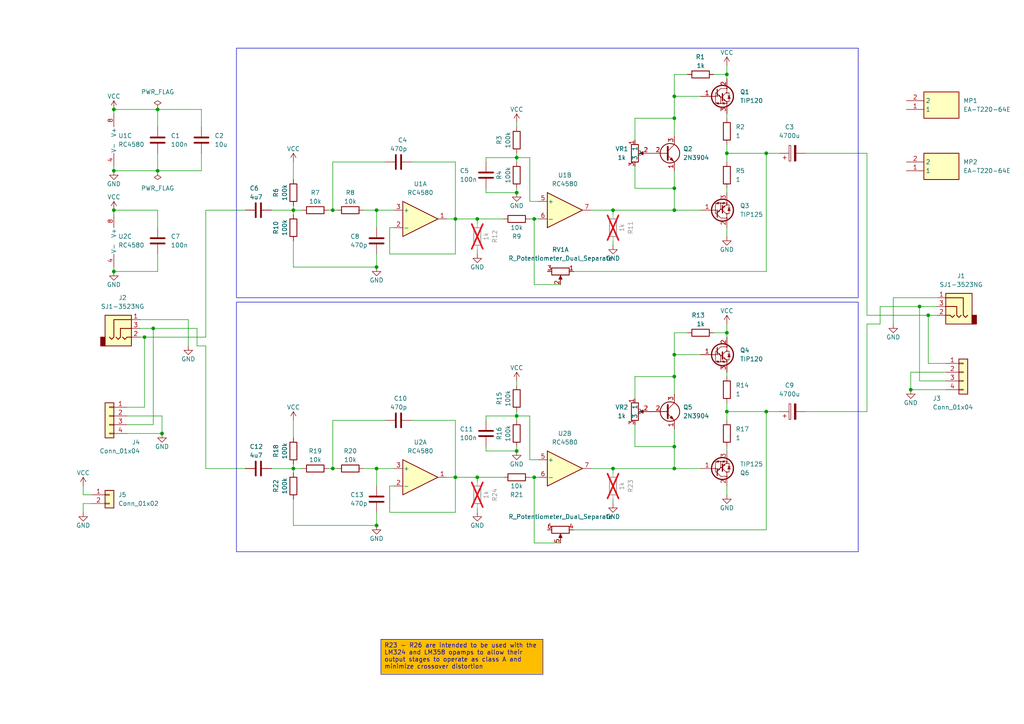
<source format=kicad_sch>
(kicad_sch (version 20231120) (generator "eeschema") (generator_version "8.0")
  (paper "A4")
  (lib_symbols
    (symbol "Amplifier_Operational:NE5532" (pin_names (offset 0.127))
      (property "Reference" "U" (at 0 5.08 0))
      (property "Value" "NE5532" (at 0 -5.08 0))
      (symbol "NE5532_1_1"
        (pin output line (at 7.62 0 180) (length 2.54) (name "~") (number "1"))
        (pin input line (at -7.62 -2.54 0) (length 2.54) (name "-") (number "2"))
        (pin input line (at -7.62 2.54 0) (length 2.54) (name "+") (number "3"))
      )
      (symbol "NE5532_2_1"
        (pin input line (at -7.62 2.54 0) (length 2.54) (name "+") (number "5"))
        (pin input line (at -7.62 -2.54 0) (length 2.54) (name "-") (number "6"))
        (pin output line (at 7.62 0 180) (length 2.54) (name "~") (number "7"))
      )
      (symbol "NE5532_3_1"
        (pin power_in line (at -2.54 -7.62 90) (length 3.81) (name "V-") (number "4"))
        (pin power_in line (at -2.54 7.62 270) (length 3.81) (name "V+") (number "8"))
      )
    )
    (symbol "Connector_Generic:Conn_01x02" (pin_names (offset 1.016) hide)
      (property "Reference" "J" (at 0 2.54 0))
      (property "Value" "Conn_01x02" (at 0 -5.08 0))
      (symbol "Conn_01x02_1_1"
        (pin passive line (at -5.08 0 0) (length 3.81) (name "Pin_1") (number "1"))
        (pin passive line (at -5.08 -2.54 0) (length 3.81) (name "Pin_2") (number "2"))
      )
    )
    (symbol "Connector_Generic:Conn_01x04" (pin_names (offset 1.016) hide)
      (property "Reference" "J" (at 0 5.08 0))
      (property "Value" "Conn_01x04" (at 0 -7.62 0))
      (symbol "Conn_01x04_1_1"
        (pin passive line (at -5.08 2.54 0) (length 3.81) (name "Pin_1") (number "1"))
        (pin passive line (at -5.08 0 0) (length 3.81) (name "Pin_2") (number "2"))
        (pin passive line (at -5.08 -2.54 0) (length 3.81) (name "Pin_3") (number "3"))
        (pin passive line (at -5.08 -5.08 0) (length 3.81) (name "Pin_4") (number "4"))
      )
    )
    (symbol "Device:C" (pin_numbers hide) (pin_names (offset 0.254))
      (property "Reference" "C" (at 0.635 2.54 0))
      (property "Value" "C" (at 0.635 -2.54 0))
      (symbol "C_1_1"
        (pin passive line (at 0 3.81 270) (length 2.794) (name "~") (number "1"))
        (pin passive line (at 0 -3.81 90) (length 2.794) (name "~") (number "2"))
      )
    )
    (symbol "Device:C_Polarized" (pin_numbers hide) (pin_names (offset 0.254))
      (property "Reference" "C" (at 0.635 2.54 0))
      (property "Value" "C_Polarized" (at 0.635 -2.54 0))
      (symbol "C_Polarized_1_1"
        (pin passive line (at 0 3.81 270) (length 2.794) (name "~") (number "1"))
        (pin passive line (at 0 -3.81 90) (length 2.794) (name "~") (number "2"))
      )
    )
    (symbol "Device:R" (pin_numbers hide) (pin_names (offset 0))
      (property "Reference" "R" (at 2.032 0 90))
      (property "Value" "R" (at 0 0 90))
      (symbol "R_1_1"
        (pin passive line (at 0 3.81 270) (length 1.27) (name "~") (number "1"))
        (pin passive line (at 0 -3.81 90) (length 1.27) (name "~") (number "2"))
      )
    )
    (symbol "Device:R_Potentiometer_Dual_Separate" (pin_names (offset 1.016) hide)
      (property "Reference" "RV" (at -4.445 0 90))
      (property "Value" "R_Potentiometer_Dual_Separate" (at -2.54 0 90))
      (symbol "R_Potentiometer_Dual_Separate_1_1"
        (pin passive line (at 0 3.81 270) (length 1.27) (name "1") (number "1"))
        (pin passive line (at 3.81 0 180) (length 1.27) (name "2") (number "2"))
        (pin passive line (at 0 -3.81 90) (length 1.27) (name "3") (number "3"))
      )
      (symbol "R_Potentiometer_Dual_Separate_2_1"
        (pin passive line (at 0 3.81 270) (length 1.27) (name "4") (number "4"))
        (pin passive line (at 3.81 0 180) (length 1.27) (name "5") (number "5"))
        (pin passive line (at 0 -3.81 90) (length 1.27) (name "6") (number "6"))
      )
    )
    (symbol "SamacSys_Parts:3362P-1-102LF"
      (property "Reference" "VR1" (at 13.97 7.62 0))
      (property "Value" "3362P-1-102LF" (at 13.97 5.08 0))
      (symbol "3362P-1-102LF_1_1"
        (pin passive line (at 13.97 -2.54 270) (length 1.27) (name "1") (number "1"))
        (pin passive line (at 17.78 -6.35 180) (length 1.27) (name "2") (number "2"))
        (pin passive line (at 13.97 -10.16 90) (length 1.27) (name "3") (number "3"))
      )
    )
    (symbol "SamacSys_Parts:EA-T220-64E"
      (property "Reference" "MP" (at 16.51 7.62 0))
      (property "Value" "EA-T220-64E" (at 16.51 5.08 0))
      (symbol "EA-T220-64E_1_1"
        (pin passive line (at 0 -2.54 0) (length 5.08) (name "1") (number "1"))
        (pin passive line (at 0 0 0) (length 5.08) (name "2") (number "2"))
      )
    )
    (symbol "SamacSys_Parts:SJ1-3523NG"
      (property "Reference" "J6" (at 15.24 7.62 0))
      (property "Value" "SJ1-3523NG" (at 15.24 5.08 0))
      (symbol "SJ1-3523NG_1_1"
        (pin passive line (at 20.32 1.27 180) (length 2.54) (name "") (number "1"))
        (pin passive line (at 20.32 -3.81 180) (length 2.54) (name "~") (number "2"))
        (pin passive line (at 20.32 -1.27 180) (length 2.54) (name "~") (number "3"))
      )
    )
    (symbol "Transistor_BJT:2N3904" (pin_names (offset 0) hide)
      (property "Reference" "Q" (at 5.08 1.905 0))
      (property "Value" "2N3904" (at 5.08 0 0))
      (symbol "2N3904_1_1"
        (pin passive line (at 2.54 -5.08 90) (length 2.54) (name "E") (number "1"))
        (pin passive line (at -5.08 0 0) (length 5.715) (name "B") (number "2"))
        (pin passive line (at 2.54 5.08 270) (length 2.54) (name "C") (number "3"))
      )
    )
    (symbol "Transistor_BJT:TIP120" (pin_names (offset 0) hide)
      (property "Reference" "Q" (at 5.08 1.905 0))
      (property "Value" "TIP120" (at 5.08 0 0))
      (symbol "TIP120_1_1"
        (pin input line (at -5.08 0 0) (length 3.81) (name "B") (number "1"))
        (pin passive line (at 2.54 5.08 270) (length 2.667) (name "C") (number "2"))
        (pin passive line (at 2.54 -5.08 90) (length 2.54) (name "E") (number "3"))
      )
    )
    (symbol "Transistor_BJT:TIP125" (pin_names (offset 0) hide)
      (property "Reference" "Q" (at 5.08 1.905 0))
      (property "Value" "TIP125" (at 5.08 0 0))
      (symbol "TIP125_1_1"
        (pin input line (at -5.08 0 0) (length 3.81) (name "B") (number "1"))
        (pin passive line (at 2.54 5.08 270) (length 2.667) (name "C") (number "2"))
        (pin passive line (at 2.54 -5.08 90) (length 2.54) (name "E") (number "3"))
      )
    )
    (symbol "power:GND" (power) (pin_names (offset 0))
      (property "Value" "GND" (at 0 -3.81 0))
      (symbol "GND_1_1"
        (pin power_in line (at 0 0 270) (length 0) hide (name "GND") (number "1"))
      )
    )
    (symbol "power:PWR_FLAG" (power) (pin_numbers hide) (pin_names (offset 0) hide)
      (property "Value" "PWR_FLAG" (at 0 3.81 0))
      (symbol "PWR_FLAG_0_0"
        (pin power_out line (at 0 0 90) (length 0) (name "pwr") (number "1"))
      )
    )
    (symbol "power:VCC" (power) (pin_names (offset 0))
      (property "Value" "VCC" (at 0 3.81 0))
      (symbol "VCC_1_1"
        (pin power_in line (at 0 0 90) (length 0) hide (name "VCC") (number "1"))
      )
    )
  )
  (junction (at 96.52 135.89))
  (junction (at 149.86 45.72))
  (junction (at 210.82 21.59))
  (junction (at 210.82 96.52))
  (junction (at 138.43 138.43))
  (junction (at 195.58 54.61))
  (junction (at 149.86 130.81))
  (junction (at 222.25 44.45))
  (junction (at 109.22 60.96))
  (junction (at 109.22 152.4))
  (junction (at 266.7 88.9))
  (junction (at 264.16 113.03))
  (junction (at 33.02 31.75))
  (junction (at 149.86 55.88))
  (junction (at 222.25 119.38))
  (junction (at 177.8 135.89))
  (junction (at 149.86 120.65))
  (junction (at 96.52 60.96))
  (junction (at 195.58 129.54))
  (junction (at 109.22 135.89))
  (junction (at 269.24 91.44))
  (junction (at 195.58 34.29))
  (junction (at 154.94 138.43))
  (junction (at 138.43 63.5))
  (junction (at 33.02 49.53))
  (junction (at 195.58 135.89))
  (junction (at 41.91 97.79))
  (junction (at 33.02 60.96))
  (junction (at 45.72 49.53))
  (junction (at 195.58 27.94))
  (junction (at 109.22 77.47))
  (junction (at 33.02 78.74))
  (junction (at 154.94 63.5))
  (junction (at 132.08 138.43))
  (junction (at 132.08 63.5))
  (junction (at 85.09 60.96))
  (junction (at 195.58 60.96))
  (junction (at 44.45 95.25))
  (junction (at 46.99 125.73))
  (junction (at 210.82 119.38))
  (junction (at 85.09 135.89))
  (junction (at 195.58 109.22))
  (junction (at 177.8 60.96))
  (junction (at 195.58 102.87))
  (junction (at 45.72 31.75))
  (junction (at 210.82 44.45))
  (wire (pts (xy 222.25 119.38) (xy 222.25 153.67)))
  (wire (pts (xy 58.42 44.45) (xy 58.42 49.53)))
  (wire (pts (xy 85.09 135.89) (xy 85.09 137.16)))
  (wire (pts (xy 140.97 54.61) (xy 140.97 55.88)))
  (wire (pts (xy 129.54 63.5) (xy 132.08 63.5)))
  (wire (pts (xy 57.15 95.25) (xy 44.45 95.25)))
  (wire (pts (xy 59.69 100.33) (xy 57.15 100.33)))
  (wire (pts (xy 264.16 107.95) (xy 264.16 113.03)))
  (wire (pts (xy 45.72 31.75) (xy 58.42 31.75)))
  (wire (pts (xy 184.15 115.57) (xy 184.15 109.22)))
  (wire (pts (xy 195.58 129.54) (xy 195.58 135.89)))
  (wire (pts (xy 96.52 135.89) (xy 97.79 135.89)))
  (wire (pts (xy 85.09 60.96) (xy 85.09 62.23)))
  (wire (pts (xy 210.82 19.05) (xy 210.82 21.59)))
  (wire (pts (xy 113.03 148.59) (xy 132.08 148.59)))
  (wire (pts (xy 119.38 46.99) (xy 132.08 46.99)))
  (wire (pts (xy 255.27 88.9) (xy 266.7 88.9)))
  (wire (pts (xy 85.09 135.89) (xy 87.63 135.89)))
  (wire (pts (xy 195.58 109.22) (xy 195.58 114.3)))
  (wire (pts (xy 59.69 135.89) (xy 59.69 100.33)))
  (wire (pts (xy 96.52 60.96) (xy 96.52 46.99)))
  (wire (pts (xy 109.22 148.59) (xy 109.22 152.4)))
  (wire (pts (xy 138.43 63.5) (xy 138.43 64.77)))
  (wire (pts (xy 45.72 49.53) (xy 58.42 49.53)))
  (wire (pts (xy 129.54 138.43) (xy 132.08 138.43)))
  (wire (pts (xy 153.67 58.42) (xy 156.21 58.42)))
  (wire (pts (xy 184.15 54.61) (xy 195.58 54.61)))
  (wire (pts (xy 210.82 119.38) (xy 222.25 119.38)))
  (wire (pts (xy 85.09 134.62) (xy 85.09 135.89)))
  (wire (pts (xy 210.82 129.54) (xy 210.82 130.81)))
  (wire (pts (xy 207.01 96.52) (xy 210.82 96.52)))
  (wire (pts (xy 85.09 46.99) (xy 85.09 52.07)))
  (wire (pts (xy 24.13 143.51) (xy 24.13 140.97)))
  (wire (pts (xy 40.64 92.71) (xy 54.61 92.71)))
  (wire (pts (xy 41.91 118.11) (xy 36.83 118.11)))
  (wire (pts (xy 85.09 69.85) (xy 85.09 77.47)))
  (wire (pts (xy 132.08 46.99) (xy 132.08 63.5)))
  (wire (pts (xy 195.58 21.59) (xy 195.58 27.94)))
  (wire (pts (xy 85.09 60.96) (xy 78.74 60.96)))
  (wire (pts (xy 210.82 33.02) (xy 210.82 34.29)))
  (wire (pts (xy 195.58 49.53) (xy 195.58 54.61)))
  (wire (pts (xy 132.08 63.5) (xy 132.08 73.66)))
  (wire (pts (xy 177.8 135.89) (xy 177.8 137.16)))
  (wire (pts (xy 85.09 152.4) (xy 109.22 152.4)))
  (wire (pts (xy 162.56 82.55) (xy 154.94 82.55)))
  (wire (pts (xy 132.08 138.43) (xy 132.08 148.59)))
  (wire (pts (xy 149.86 120.65) (xy 149.86 121.92)))
  (wire (pts (xy 149.86 45.72) (xy 140.97 45.72)))
  (wire (pts (xy 105.41 135.89) (xy 109.22 135.89)))
  (wire (pts (xy 153.67 133.35) (xy 156.21 133.35)))
  (wire (pts (xy 45.72 44.45) (xy 45.72 49.53)))
  (wire (pts (xy 138.43 72.39) (xy 138.43 73.66)))
  (wire (pts (xy 96.52 135.89) (xy 96.52 121.92)))
  (wire (pts (xy 207.01 21.59) (xy 210.82 21.59)))
  (wire (pts (xy 266.7 88.9) (xy 266.7 110.49)))
  (wire (pts (xy 113.03 73.66) (xy 113.03 66.04)))
  (wire (pts (xy 166.37 78.74) (xy 222.25 78.74)))
  (wire (pts (xy 33.02 49.53) (xy 33.02 48.26)))
  (wire (pts (xy 85.09 121.92) (xy 85.09 127)))
  (wire (pts (xy 166.37 153.67) (xy 222.25 153.67)))
  (wire (pts (xy 210.82 96.52) (xy 210.82 97.79)))
  (wire (pts (xy 33.02 49.53) (xy 45.72 49.53)))
  (wire (pts (xy 222.25 119.38) (xy 226.06 119.38)))
  (wire (pts (xy 210.82 66.04) (xy 210.82 68.58)))
  (wire (pts (xy 138.43 138.43) (xy 138.43 139.7)))
  (wire (pts (xy 33.02 78.74) (xy 33.02 77.47)))
  (wire (pts (xy 195.58 27.94) (xy 195.58 34.29)))
  (wire (pts (xy 96.52 121.92) (xy 111.76 121.92)))
  (wire (pts (xy 195.58 34.29) (xy 195.58 39.37)))
  (wire (pts (xy 184.15 109.22) (xy 195.58 109.22)))
  (wire (pts (xy 195.58 96.52) (xy 195.58 102.87)))
  (wire (pts (xy 109.22 135.89) (xy 114.3 135.89)))
  (wire (pts (xy 109.22 73.66) (xy 109.22 77.47)))
  (wire (pts (xy 54.61 92.71) (xy 54.61 100.33)))
  (wire (pts (xy 195.58 102.87) (xy 203.2 102.87)))
  (wire (pts (xy 149.86 129.54) (xy 149.86 130.81)))
  (wire (pts (xy 255.27 93.98) (xy 255.27 88.9)))
  (wire (pts (xy 177.8 135.89) (xy 195.58 135.89)))
  (wire (pts (xy 113.03 66.04) (xy 114.3 66.04)))
  (wire (pts (xy 71.12 60.96) (xy 59.69 60.96)))
  (wire (pts (xy 26.67 143.51) (xy 24.13 143.51)))
  (wire (pts (xy 259.08 86.36) (xy 259.08 93.98)))
  (wire (pts (xy 251.46 44.45) (xy 251.46 91.44)))
  (wire (pts (xy 210.82 140.97) (xy 210.82 143.51)))
  (wire (pts (xy 113.03 73.66) (xy 132.08 73.66)))
  (wire (pts (xy 132.08 138.43) (xy 138.43 138.43)))
  (wire (pts (xy 195.58 21.59) (xy 199.39 21.59)))
  (wire (pts (xy 266.7 110.49) (xy 274.32 110.49)))
  (wire (pts (xy 210.82 116.84) (xy 210.82 119.38)))
  (wire (pts (xy 46.99 120.65) (xy 46.99 125.73)))
  (wire (pts (xy 266.7 88.9) (xy 271.78 88.9)))
  (wire (pts (xy 33.02 31.75) (xy 45.72 31.75)))
  (wire (pts (xy 195.58 102.87) (xy 195.58 109.22)))
  (wire (pts (xy 184.15 54.61) (xy 184.15 48.26)))
  (wire (pts (xy 154.94 138.43) (xy 154.94 157.48)))
  (wire (pts (xy 210.82 41.91) (xy 210.82 44.45)))
  (wire (pts (xy 33.02 31.75) (xy 33.02 33.02)))
  (wire (pts (xy 149.86 54.61) (xy 149.86 55.88)))
  (wire (pts (xy 95.25 135.89) (xy 96.52 135.89)))
  (wire (pts (xy 95.25 60.96) (xy 96.52 60.96)))
  (wire (pts (xy 184.15 129.54) (xy 184.15 123.19)))
  (wire (pts (xy 177.8 60.96) (xy 195.58 60.96)))
  (wire (pts (xy 149.86 119.38) (xy 149.86 120.65)))
  (wire (pts (xy 96.52 60.96) (xy 97.79 60.96)))
  (wire (pts (xy 36.83 120.65) (xy 46.99 120.65)))
  (wire (pts (xy 44.45 123.19) (xy 36.83 123.19)))
  (wire (pts (xy 113.03 140.97) (xy 114.3 140.97)))
  (wire (pts (xy 138.43 138.43) (xy 146.05 138.43)))
  (wire (pts (xy 195.58 60.96) (xy 203.2 60.96)))
  (wire (pts (xy 177.8 69.85) (xy 177.8 71.12)))
  (wire (pts (xy 195.58 124.46) (xy 195.58 129.54)))
  (wire (pts (xy 109.22 60.96) (xy 109.22 66.04)))
  (wire (pts (xy 33.02 60.96) (xy 33.02 62.23)))
  (wire (pts (xy 153.67 120.65) (xy 153.67 133.35)))
  (wire (pts (xy 44.45 95.25) (xy 44.45 123.19)))
  (wire (pts (xy 45.72 31.75) (xy 45.72 36.83)))
  (wire (pts (xy 251.46 93.98) (xy 255.27 93.98)))
  (wire (pts (xy 119.38 121.92) (xy 132.08 121.92)))
  (wire (pts (xy 210.82 44.45) (xy 210.82 46.99)))
  (wire (pts (xy 210.82 107.95) (xy 210.82 109.22)))
  (wire (pts (xy 132.08 121.92) (xy 132.08 138.43)))
  (wire (pts (xy 222.25 44.45) (xy 222.25 78.74)))
  (wire (pts (xy 149.86 120.65) (xy 153.67 120.65)))
  (wire (pts (xy 177.8 144.78) (xy 177.8 146.05)))
  (wire (pts (xy 58.42 36.83) (xy 58.42 31.75)))
  (wire (pts (xy 153.67 63.5) (xy 154.94 63.5)))
  (wire (pts (xy 140.97 120.65) (xy 140.97 121.92)))
  (wire (pts (xy 210.82 93.98) (xy 210.82 96.52)))
  (wire (pts (xy 195.58 135.89) (xy 203.2 135.89)))
  (wire (pts (xy 264.16 107.95) (xy 274.32 107.95)))
  (wire (pts (xy 153.67 138.43) (xy 154.94 138.43)))
  (wire (pts (xy 195.58 27.94) (xy 203.2 27.94)))
  (wire (pts (xy 149.86 45.72) (xy 153.67 45.72)))
  (wire (pts (xy 109.22 135.89) (xy 109.22 140.97)))
  (wire (pts (xy 195.58 54.61) (xy 195.58 60.96)))
  (wire (pts (xy 45.72 73.66) (xy 45.72 78.74)))
  (wire (pts (xy 184.15 34.29) (xy 195.58 34.29)))
  (wire (pts (xy 154.94 63.5) (xy 156.21 63.5)))
  (wire (pts (xy 33.02 78.74) (xy 45.72 78.74)))
  (wire (pts (xy 195.58 96.52) (xy 199.39 96.52)))
  (wire (pts (xy 33.02 60.96) (xy 45.72 60.96)))
  (wire (pts (xy 184.15 129.54) (xy 195.58 129.54)))
  (wire (pts (xy 85.09 77.47) (xy 109.22 77.47)))
  (wire (pts (xy 44.45 95.25) (xy 40.64 95.25)))
  (wire (pts (xy 269.24 91.44) (xy 271.78 91.44)))
  (wire (pts (xy 210.82 21.59) (xy 210.82 22.86)))
  (wire (pts (xy 171.45 60.96) (xy 177.8 60.96)))
  (wire (pts (xy 59.69 60.96) (xy 59.69 97.79)))
  (wire (pts (xy 140.97 55.88) (xy 149.86 55.88)))
  (wire (pts (xy 59.69 135.89) (xy 71.12 135.89)))
  (wire (pts (xy 154.94 138.43) (xy 156.21 138.43)))
  (wire (pts (xy 140.97 130.81) (xy 149.86 130.81)))
  (wire (pts (xy 140.97 129.54) (xy 140.97 130.81)))
  (wire (pts (xy 140.97 45.72) (xy 140.97 46.99)))
  (wire (pts (xy 259.08 86.36) (xy 271.78 86.36)))
  (wire (pts (xy 105.41 60.96) (xy 109.22 60.96)))
  (wire (pts (xy 251.46 91.44) (xy 269.24 91.44)))
  (wire (pts (xy 26.67 146.05) (xy 24.13 146.05)))
  (wire (pts (xy 177.8 60.96) (xy 177.8 62.23)))
  (wire (pts (xy 138.43 147.32) (xy 138.43 148.59)))
  (wire (pts (xy 233.68 119.38) (xy 251.46 119.38)))
  (wire (pts (xy 113.03 148.59) (xy 113.03 140.97)))
  (wire (pts (xy 85.09 144.78) (xy 85.09 152.4)))
  (wire (pts (xy 269.24 91.44) (xy 269.24 105.41)))
  (wire (pts (xy 222.25 44.45) (xy 226.06 44.45)))
  (wire (pts (xy 210.82 119.38) (xy 210.82 121.92)))
  (wire (pts (xy 149.86 120.65) (xy 140.97 120.65)))
  (wire (pts (xy 41.91 97.79) (xy 40.64 97.79)))
  (wire (pts (xy 109.22 60.96) (xy 114.3 60.96)))
  (wire (pts (xy 153.67 45.72) (xy 153.67 58.42)))
  (wire (pts (xy 154.94 63.5) (xy 154.94 82.55)))
  (wire (pts (xy 59.69 97.79) (xy 41.91 97.79)))
  (wire (pts (xy 149.86 35.56) (xy 149.86 36.83)))
  (wire (pts (xy 233.68 44.45) (xy 251.46 44.45)))
  (wire (pts (xy 210.82 44.45) (xy 222.25 44.45)))
  (wire (pts (xy 184.15 40.64) (xy 184.15 34.29)))
  (wire (pts (xy 132.08 63.5) (xy 138.43 63.5)))
  (wire (pts (xy 210.82 54.61) (xy 210.82 55.88)))
  (wire (pts (xy 57.15 100.33) (xy 57.15 95.25)))
  (wire (pts (xy 41.91 97.79) (xy 41.91 118.11)))
  (wire (pts (xy 85.09 59.69) (xy 85.09 60.96)))
  (wire (pts (xy 149.86 45.72) (xy 149.86 46.99)))
  (wire (pts (xy 24.13 146.05) (xy 24.13 148.59)))
  (wire (pts (xy 85.09 135.89) (xy 78.74 135.89)))
  (wire (pts (xy 162.56 157.48) (xy 154.94 157.48)))
  (wire (pts (xy 45.72 60.96) (xy 45.72 66.04)))
  (wire (pts (xy 85.09 60.96) (xy 87.63 60.96)))
  (wire (pts (xy 149.86 44.45) (xy 149.86 45.72)))
  (wire (pts (xy 138.43 63.5) (xy 146.05 63.5)))
  (wire (pts (xy 269.24 105.41) (xy 274.32 105.41)))
  (wire (pts (xy 264.16 113.03) (xy 274.32 113.03)))
  (wire (pts (xy 149.86 110.49) (xy 149.86 111.76)))
  (wire (pts (xy 251.46 119.38) (xy 251.46 93.98)))
  (wire (pts (xy 96.52 46.99) (xy 111.76 46.99)))
  (wire (pts (xy 46.99 125.73) (xy 36.83 125.73)))
  (wire (pts (xy 171.45 135.89) (xy 177.8 135.89)))
  (rectangle (start 68.58 87.63) (end 248.92 160.02))
  (rectangle (start 68.58 13.97) (end 248.92 86.36))
  (text_box "R23 - R26 are intended to be used with the LM324 and LM358 opamps to allow their output stages to operate as class A and minimize crossover distortion" (at 110.49 185.42 0) (size 46.99 10.16) (fill (type color) (color 255 189 0 1)) (effects (font (size 1.27 1.27)) (justify left top)))
  (text "Channel 1" (at 139.7 -7.62 0) (effects (font (size 3 3)) (justify left bottom)))
  (symbol (lib_id "power:GND") (at 259.08 93.98 0) (unit 1)
    (property "Reference" "#PWR014" (effects (hide yes)))
    (property "Value" "GND" (at 259.08 97.79 0))
  )
  (symbol (lib_id "power:GND") (at 177.8 146.05 0) (unit 1)
    (property "Reference" "#PWR023" (effects (hide yes)))
    (property "Value" "GND" (at 177.8 149.86 0))
  )
  (symbol (lib_id "Device:C") (at 45.72 40.64 0) (unit 1)
    (property "Reference" "C1" (at 49.53 39.37 0) (effects (justify left)))
    (property "Value" "100n" (at 49.53 41.91 0) (effects (justify left)))
    (property "Footprint" "Capacitor_THT:C_Disc_D4.7mm_W2.5mm_P5.00mm" (effects (hide yes)))
    (property "Manufacturer_Part_Number" "-" (effects (hide yes)))
    (property "Mouser Part Number" "-" (effects (hide yes)))
  )
  (symbol (lib_id "Device:R") (at 138.43 143.51 180) (unit 1) (dnp yes)
    (property "Reference" "R24" (at 143.51 143.51 90))
    (property "Value" "1k" (at 140.97 143.51 90))
    (property "Footprint" "Resistor_THT:R_Axial_DIN0207_L6.3mm_D2.5mm_P10.16mm_Horizontal" (effects (hide yes)))
    (property "Manufacturer_Part_Number" "MFR-25FBF52-1K " (effects (hide yes)))
    (property "Mouser Part Number" "603-MFR-25FBF52-1K " (effects (hide yes)))
  )
  (symbol (lib_id "Connector_Generic:Conn_01x04") (at 31.75 120.65 0) (mirror y) (unit 1)
    (property "Reference" "J4" (at 40.64 128.27 0) (effects (justify left)))
    (property "Value" "Conn_01x04" (at 40.64 130.81 0) (effects (justify left)))
    (property "Footprint" "Connector_PinHeader_2.54mm:PinHeader_1x04_P2.54mm_Vertical" (effects (hide yes)))
    (property "Manufacturer_Part_Number" "-" (effects (hide yes)))
    (property "Mouser Part Number" "-" (effects (hide yes)))
  )
  (symbol (lib_id "power:VCC") (at 85.09 46.99 0) (unit 1)
    (property "Reference" "#PWR04" (effects (hide yes)))
    (property "Value" "VCC" (at 85.09 43.18 0))
  )
  (symbol (lib_id "power:GND") (at 109.22 77.47 0) (unit 1)
    (property "Reference" "#PWR011" (effects (hide yes)))
    (property "Value" "GND" (at 109.22 81.28 0))
  )
  (symbol (lib_id "Device:R_Potentiometer_Dual_Separate") (at 162.56 153.67 270) (unit 2)
    (property "Reference" "RV1" (effects (hide yes)))
    (property "Value" "R_Potentiometer_Dual_Separate" (at 162.56 149.86 90))
    (property "Footprint" "SamacSys:RV122F2015FA10K0072" (effects (hide yes)))
    (property "Manufacturer_Part_Number" " RV122F-20-15F-A10K-0072 " (effects (hide yes)))
    (property "Mouser Part Number" "313-1240F-10K " (effects (hide yes)))
  )
  (symbol (lib_id "Device:R") (at 210.82 113.03 0) (unit 1)
    (property "Reference" "R14" (at 213.36 111.76 0) (effects (justify left)))
    (property "Value" "1" (at 213.36 114.3 0) (effects (justify left)))
    (property "Footprint" "Resistor_THT:R_Axial_DIN0411_L9.9mm_D3.6mm_P12.70mm_Horizontal" (effects (hide yes)))
    (property "Mouser No." "594-5073NW1R000J" (effects (hide yes)))
    (property "Manufacturer_Part_Number" " FMP200JR-52-1R " (effects (hide yes)))
    (property "Mouser Part Number" " 603-FMP200JR-52-1R " (effects (hide yes)))
  )
  (symbol (lib_id "SamacSys_Parts:3362P-1-102LF") (at 170.18 38.1 0) (unit 1)
    (property "Reference" "VR1" (at 180.34 43.18 0))
    (property "Value" "1k" (at 180.34 45.72 0))
    (property "Footprint" "SamacSys:3306P1102" (effects (hide yes)))
    (property "Datasheet" "https://www.bourns.com/docs/Product-Datasheets/3362.pdf" (effects (hide yes)))
    (property "Mouser Part Number" "652-3362P-1-102LF" (effects (hide yes)))
    (property "Mouser Price/Stock" "https://www.mouser.co.uk/ProductDetail/Bourns/3362P-1-102LF?qs=RwDwYDcw27qKqzC%2FPPozyg%3D%3D" (effects (hide yes)))
    (property "Manufacturer_Name" "Bourns" (effects (hide yes)))
    (property "Manufacturer_Part_Number" "3362P-1-102LF" (effects (hide yes)))
  )
  (symbol (lib_id "Device:R") (at 149.86 40.64 0) (unit 1)
    (property "Reference" "R3" (at 144.78 40.64 90))
    (property "Value" "100k" (at 147.32 40.64 90))
    (property "Footprint" "Resistor_THT:R_Axial_DIN0207_L6.3mm_D2.5mm_P10.16mm_Horizontal" (effects (hide yes)))
    (property "Manufacturer_Part_Number" "MFR-25FBF52-100K " (effects (hide yes)))
    (property "Mouser Part Number" " 603-MFR-25FBF52-100K " (effects (hide yes)))
  )
  (symbol (lib_id "power:GND") (at 109.22 152.4 0) (unit 1)
    (property "Reference" "#PWR026" (effects (hide yes)))
    (property "Value" "GND" (at 109.22 156.21 0))
  )
  (symbol (lib_id "Device:C") (at 74.93 60.96 270) (unit 1)
    (property "Reference" "C6" (at 72.39 54.61 90) (effects (justify left)))
    (property "Value" "4u7" (at 72.39 57.15 90) (effects (justify left)))
    (property "Footprint" "Capacitor_THT:CP_Radial_D5.0mm_P2.00mm" (effects (hide yes)))
    (property "Manufacturer_Part_Number" "50MH74R7MEFC5X7 " (effects (hide yes)))
    (property "Mouser Part Number" " 232-50MH74R7MEFC5X7" (effects (hide yes)))
  )
  (symbol (lib_id "power:VCC") (at 210.82 19.05 0) (unit 1)
    (property "Reference" "#PWR01" (effects (hide yes)))
    (property "Value" "VCC" (at 210.82 15.24 0))
  )
  (symbol (lib_id "power:PWR_FLAG") (at 45.72 31.75 0) (unit 1)
    (property "Reference" "#FLG01" (effects (hide yes)))
    (property "Value" "PWR_FLAG" (at 45.72 26.67 0))
  )
  (symbol (lib_id "Device:R") (at 203.2 21.59 90) (unit 1)
    (property "Reference" "R1" (at 204.47 16.51 90) (effects (justify left)))
    (property "Value" "1k" (at 204.47 19.05 90) (effects (justify left)))
    (property "Footprint" "Resistor_THT:R_Axial_DIN0207_L6.3mm_D2.5mm_P10.16mm_Horizontal" (effects (hide yes)))
    (property "Manufacturer_Part_Number" "MFR-25FBF52-1K " (effects (hide yes)))
    (property "Mouser Part Number" "603-MFR-25FBF52-1K " (effects (hide yes)))
  )
  (symbol (lib_id "Device:R") (at 91.44 135.89 90) (unit 1)
    (property "Reference" "R19" (at 91.44 130.81 90))
    (property "Value" "10k" (at 91.44 133.35 90))
    (property "Footprint" "Resistor_THT:R_Axial_DIN0207_L6.3mm_D2.5mm_P10.16mm_Horizontal" (effects (hide yes)))
    (property "Manufacturer_Part_Number" " MFR-25FBF52-10K " (effects (hide yes)))
    (property "Mouser Part Number" " 603-MFR-25FBF52-10K " (effects (hide yes)))
  )
  (symbol (lib_id "Device:R") (at 149.86 63.5 90) (unit 1)
    (property "Reference" "R9" (at 149.86 68.58 90))
    (property "Value" "10k" (at 149.86 66.04 90))
    (property "Footprint" "Resistor_THT:R_Axial_DIN0207_L6.3mm_D2.5mm_P10.16mm_Horizontal" (effects (hide yes)))
    (property "Manufacturer_Part_Number" " MFR-25FBF52-10K " (effects (hide yes)))
    (property "Mouser Part Number" " 603-MFR-25FBF52-10K " (effects (hide yes)))
  )
  (symbol (lib_id "Amplifier_Operational:NE5532") (at 163.83 135.89 0) (unit 2)
    (property "Reference" "U2" (at 163.83 125.73 0))
    (property "Value" "RC4580" (at 163.83 128.27 0))
    (property "Footprint" "Package_DIP:DIP-8_W7.62mm" (effects (hide yes)))
    (property "Datasheet" "https://www.ti.com/lit/ds/symlink/rc4580.pdf" (effects (hide yes)))
    (property "Mouser No." "595-RC4580IP" (effects (hide yes)))
    (property "Manufacturer_Part_Number" " RC4580IP" (effects (hide yes)))
    (property "Mouser Part Number" "595-RC4580IP " (effects (hide yes)))
  )
  (symbol (lib_id "Transistor_BJT:TIP125") (at 208.28 135.89 0) (mirror x) (unit 1)
    (property "Reference" "Q6" (at 214.63 137.16 0) (effects (justify left)))
    (property "Value" "TIP125" (at 214.63 134.62 0) (effects (justify left)))
    (property "Footprint" "Package_TO_SOT_THT:TO-220-3_Vertical" (effects (hide yes)))
    (property "Datasheet" "https://www.onsemi.com/pub/Collateral/TIP120-D.PDF" (effects (hide yes)))
    (property "Manufacturer_Part_Number" "TIP127 " (effects (hide yes)))
    (property "Mouser Part Number" " 511-TIP127 " (effects (hide yes)))
  )
  (symbol (lib_id "power:GND") (at 149.86 55.88 0) (unit 1)
    (property "Reference" "#PWR06" (effects (hide yes)))
    (property "Value" "GND" (at 149.86 59.69 0))
  )
  (symbol (lib_id "power:GND") (at 149.86 130.81 0) (unit 1)
    (property "Reference" "#PWR020" (effects (hide yes)))
    (property "Value" "GND" (at 149.86 134.62 0))
  )
  (symbol (lib_id "SamacSys_Parts:SJ1-3523NG") (at 292.1 87.63 0) (mirror y) (unit 1)
    (property "Reference" "J1" (at 278.765 80.01 0))
    (property "Value" "SJ1-3523NG" (at 278.765 82.55 0))
    (property "Footprint" "SamacSys:SJ13523NG" (effects (hide yes)))
    (property "Datasheet" "https://www.arrow.com/en/products/sj1-3523ng/cui-devices" (effects (hide yes)))
    (property "Height" "5.6" (effects (hide yes)))
    (property "Mouser Part Number" "490-SJ1-3523NG" (effects (hide yes)))
    (property "Mouser Price/Stock" "https://www.mouser.co.uk/ProductDetail/CUI-Devices/SJ1-3523NG?qs=WyjlAZoYn50Li0c1bXCgGA%3D%3D" (effects (hide yes)))
    (property "Manufacturer_Name" "CUI Devices" (effects (hide yes)))
    (property "Manufacturer_Part_Number" "SJ1-3523NG" (effects (hide yes)))
  )
  (symbol (lib_id "SamacSys_Parts:3362P-1-102LF") (at 170.18 113.03 0) (unit 1)
    (property "Reference" "VR2" (at 180.34 118.11 0))
    (property "Value" "1k" (at 180.34 120.65 0))
    (property "Footprint" "SamacSys:3306P1102" (effects (hide yes)))
    (property "Datasheet" "https://www.bourns.com/docs/Product-Datasheets/3362.pdf" (effects (hide yes)))
    (property "Mouser Part Number" "652-3362P-1-102LF" (effects (hide yes)))
    (property "Mouser Price/Stock" "https://www.mouser.co.uk/ProductDetail/Bourns/3362P-1-102LF?qs=RwDwYDcw27qKqzC%2FPPozyg%3D%3D" (effects (hide yes)))
    (property "Manufacturer_Name" "Bourns" (effects (hide yes)))
    (property "Manufacturer_Part_Number" "3362P-1-102LF" (effects (hide yes)))
  )
  (symbol (lib_id "Device:C") (at 140.97 125.73 0) (unit 1)
    (property "Reference" "C11" (at 133.35 124.46 0) (effects (justify left)))
    (property "Value" "100n" (at 133.35 127 0) (effects (justify left)))
    (property "Footprint" "Capacitor_THT:C_Disc_D4.7mm_W2.5mm_P5.00mm" (effects (hide yes)))
    (property "Manufacturer_Part_Number" "-" (effects (hide yes)))
    (property "Mouser Part Number" "-" (effects (hide yes)))
  )
  (symbol (lib_id "Device:C") (at 74.93 135.89 270) (unit 1)
    (property "Reference" "C12" (at 72.39 129.54 90) (effects (justify left)))
    (property "Value" "4u7" (at 72.39 132.08 90) (effects (justify left)))
    (property "Footprint" "Capacitor_THT:CP_Radial_D5.0mm_P2.00mm" (effects (hide yes)))
    (property "Manufacturer_Part_Number" "50MH74R7MEFC5X7 " (effects (hide yes)))
    (property "Mouser Part Number" " 232-50MH74R7MEFC5X7" (effects (hide yes)))
  )
  (symbol (lib_id "Device:C_Polarized") (at 229.87 44.45 90) (unit 1)
    (property "Reference" "C3" (at 228.981 36.83 90))
    (property "Value" "4700u" (at 228.981 39.37 90))
    (property "Footprint" "Capacitor_THT:CP_Radial_D16.0mm_P7.50mm" (effects (hide yes)))
    (property "Mouser No." "647-UVY1E472MHD " (effects (hide yes)))
    (property "Manufacturer_Part_Number" "UVR1C472MHD " (effects (hide yes)))
    (property "Mouser Part Number" "647-UVR1C472MHD " (effects (hide yes)))
  )
  (symbol (lib_id "power:VCC") (at 210.82 93.98 0) (unit 1)
    (property "Reference" "#PWR013" (effects (hide yes)))
    (property "Value" "VCC" (at 210.82 90.17 0))
  )
  (symbol (lib_id "Transistor_BJT:2N3904") (at 193.04 119.38 0) (unit 1)
    (property "Reference" "Q5" (at 198.12 118.11 0) (effects (justify left)))
    (property "Value" "2N3904" (at 198.12 120.65 0) (effects (justify left)))
    (property "Footprint" "Package_TO_SOT_THT:TO-92_Inline" (effects (hide yes)))
    (property "Datasheet" "https://www.onsemi.com/pub/Collateral/2N3903-D.PDF" (effects (hide yes)))
    (property "Manufacturer_Part_Number" "2N3904 " (effects (hide yes)))
    (property "Mouser Part Number" " 637-2N3904 " (effects (hide yes)))
  )
  (symbol (lib_id "Device:R") (at 149.86 138.43 90) (unit 1)
    (property "Reference" "R21" (at 149.86 143.51 90))
    (property "Value" "10k" (at 149.86 140.97 90))
    (property "Footprint" "Resistor_THT:R_Axial_DIN0207_L6.3mm_D2.5mm_P10.16mm_Horizontal" (effects (hide yes)))
    (property "Manufacturer_Part_Number" " MFR-25FBF52-10K " (effects (hide yes)))
    (property "Mouser Part Number" " 603-MFR-25FBF52-10K " (effects (hide yes)))
  )
  (symbol (lib_id "power:GND") (at 264.16 113.03 0) (unit 1)
    (property "Reference" "#PWR017" (effects (hide yes)))
    (property "Value" "GND" (at 264.16 116.84 0))
  )
  (symbol (lib_id "power:PWR_FLAG") (at 45.72 49.53 180) (unit 1)
    (property "Reference" "#FLG02" (effects (hide yes)))
    (property "Value" "PWR_FLAG" (at 45.72 54.61 0))
  )
  (symbol (lib_id "Device:C") (at 45.72 69.85 0) (unit 1)
    (property "Reference" "C7" (at 49.53 68.58 0) (effects (justify left)))
    (property "Value" "100n" (at 49.53 71.12 0) (effects (justify left)))
    (property "Footprint" "Capacitor_THT:C_Disc_D4.7mm_W2.5mm_P5.00mm" (effects (hide yes)))
    (property "Manufacturer_Part_Number" "-" (effects (hide yes)))
    (property "Mouser Part Number" "-" (effects (hide yes)))
  )
  (symbol (lib_id "power:GND") (at 33.02 49.53 0) (unit 1)
    (property "Reference" "#PWR05" (effects (hide yes)))
    (property "Value" "GND" (at 33.02 53.34 0))
  )
  (symbol (lib_id "power:GND") (at 46.99 125.73 0) (unit 1)
    (property "Reference" "#PWR019" (effects (hide yes)))
    (property "Value" "GND" (at 46.99 129.54 0))
  )
  (symbol (lib_id "power:GND") (at 138.43 73.66 0) (unit 1)
    (property "Reference" "#PWR010" (effects (hide yes)))
    (property "Value" "GND" (at 138.43 77.47 0))
  )
  (symbol (lib_id "SamacSys_Parts:EA-T220-64E") (at 262.89 46.99 0) (unit 1)
    (property "Reference" "MP2" (at 279.4 46.99 0) (effects (justify left)))
    (property "Value" "EA-T220-64E" (at 279.4 49.53 0) (effects (justify left)))
    (property "Footprint" "SamacSys:EAT22064E" (effects (hide yes)))
    (property "Datasheet" "https://datasheet.datasheetarchive.com/originals/dk/DKDS-17/336262.pdf" (effects (hide yes)))
    (property "Height" "63.75" (effects (hide yes)))
    (property "Mouser Part Number" "588-EA-T220-64E" (effects (hide yes)))
    (property "Mouser Price/Stock" "https://www.mouser.co.uk/ProductDetail/Ohmite/EA-T220-64E?qs=6weo7U0lPxBcdHLvBV%2FQwQ%3D%3D" (effects (hide yes)))
    (property "Manufacturer_Name" "Ohmite" (effects (hide yes)))
    (property "Manufacturer_Part_Number" "EA-T220-64E" (effects (hide yes)))
  )
  (symbol (lib_id "power:GND") (at 54.61 100.33 0) (unit 1)
    (property "Reference" "#PWR015" (effects (hide yes)))
    (property "Value" "GND" (at 54.61 104.14 0))
  )
  (symbol (lib_id "Amplifier_Operational:NE5532") (at 35.56 40.64 0) (unit 3)
    (property "Reference" "U1" (at 34.29 39.37 0) (effects (justify left)))
    (property "Value" "RC4580" (at 34.29 41.91 0) (effects (justify left)))
    (property "Footprint" "Package_DIP:DIP-8_W7.62mm" (effects (hide yes)))
    (property "Datasheet" "https://www.ti.com/lit/ds/symlink/rc4580.pdf" (effects (hide yes)))
    (property "Mouser No." "595-RC4580IP" (effects (hide yes)))
    (property "Manufacturer_Part_Number" " RC4580IP" (effects (hide yes)))
    (property "Mouser Part Number" "595-RC4580IP " (effects (hide yes)))
  )
  (symbol (lib_id "Device:C") (at 109.22 144.78 0) (unit 1)
    (property "Reference" "C13" (at 101.6 143.51 0) (effects (justify left)))
    (property "Value" "470p" (at 101.6 146.05 0) (effects (justify left)))
    (property "Footprint" "Capacitor_THT:C_Disc_D4.7mm_W2.5mm_P5.00mm" (effects (hide yes)))
    (property "Manufacturer_Part_Number" "K471J15C0GF53L2 " (effects (hide yes)))
    (property "Mouser Part Number" " 594-K471J15C0GF53L2 " (effects (hide yes)))
  )
  (symbol (lib_id "Device:R") (at 203.2 96.52 90) (unit 1)
    (property "Reference" "R13" (at 204.47 91.44 90) (effects (justify left)))
    (property "Value" "1k" (at 204.47 93.98 90) (effects (justify left)))
    (property "Footprint" "Resistor_THT:R_Axial_DIN0207_L6.3mm_D2.5mm_P10.16mm_Horizontal" (effects (hide yes)))
    (property "Manufacturer_Part_Number" "MFR-25FBF52-1K " (effects (hide yes)))
    (property "Mouser Part Number" "603-MFR-25FBF52-1K " (effects (hide yes)))
  )
  (symbol (lib_id "SamacSys_Parts:EA-T220-64E") (at 262.89 29.21 0) (unit 1)
    (property "Reference" "MP1" (at 279.4 29.21 0) (effects (justify left)))
    (property "Value" "EA-T220-64E" (at 279.4 31.75 0) (effects (justify left)))
    (property "Footprint" "SamacSys:EAT22064E" (effects (hide yes)))
    (property "Datasheet" "https://datasheet.datasheetarchive.com/originals/dk/DKDS-17/336262.pdf" (effects (hide yes)))
    (property "Height" "63.75" (effects (hide yes)))
    (property "Mouser Part Number" "588-EA-T220-64E" (effects (hide yes)))
    (property "Mouser Price/Stock" "https://www.mouser.co.uk/ProductDetail/Ohmite/EA-T220-64E?qs=6weo7U0lPxBcdHLvBV%2FQwQ%3D%3D" (effects (hide yes)))
    (property "Manufacturer_Name" "Ohmite" (effects (hide yes)))
    (property "Manufacturer_Part_Number" "EA-T220-64E" (effects (hide yes)))
  )
  (symbol (lib_id "Device:R") (at 85.09 140.97 180) (unit 1)
    (property "Reference" "R22" (at 80.01 140.97 90))
    (property "Value" "100k" (at 82.55 140.97 90))
    (property "Footprint" "Resistor_THT:R_Axial_DIN0207_L6.3mm_D2.5mm_P10.16mm_Horizontal" (effects (hide yes)))
    (property "Manufacturer_Part_Number" "MFR-25FBF52-100K " (effects (hide yes)))
    (property "Mouser Part Number" " 603-MFR-25FBF52-100K " (effects (hide yes)))
  )
  (symbol (lib_id "Device:R") (at 149.86 125.73 0) (unit 1)
    (property "Reference" "R16" (at 144.78 125.73 90))
    (property "Value" "100k" (at 147.32 125.73 90))
    (property "Footprint" "Resistor_THT:R_Axial_DIN0207_L6.3mm_D2.5mm_P10.16mm_Horizontal" (effects (hide yes)))
    (property "Manufacturer_Part_Number" "MFR-25FBF52-100K " (effects (hide yes)))
    (property "Mouser Part Number" " 603-MFR-25FBF52-100K " (effects (hide yes)))
  )
  (symbol (lib_id "Amplifier_Operational:NE5532") (at 35.56 69.85 0) (unit 3)
    (property "Reference" "U2" (at 34.29 68.58 0) (effects (justify left)))
    (property "Value" "RC4580" (at 34.29 71.12 0) (effects (justify left)))
    (property "Footprint" "Package_DIP:DIP-8_W7.62mm" (effects (hide yes)))
    (property "Datasheet" "https://www.ti.com/lit/ds/symlink/rc4580.pdf" (effects (hide yes)))
    (property "Mouser No." "595-RC4580IP" (effects (hide yes)))
    (property "Manufacturer_Part_Number" " RC4580IP" (effects (hide yes)))
    (property "Mouser Part Number" "595-RC4580IP " (effects (hide yes)))
  )
  (symbol (lib_id "Transistor_BJT:2N3904") (at 193.04 44.45 0) (unit 1)
    (property "Reference" "Q2" (at 198.12 43.18 0) (effects (justify left)))
    (property "Value" "2N3904" (at 198.12 45.72 0) (effects (justify left)))
    (property "Footprint" "Package_TO_SOT_THT:TO-92_Inline" (effects (hide yes)))
    (property "Datasheet" "https://www.onsemi.com/pub/Collateral/2N3903-D.PDF" (effects (hide yes)))
    (property "Manufacturer_Part_Number" "2N3904 " (effects (hide yes)))
    (property "Mouser Part Number" " 637-2N3904 " (effects (hide yes)))
  )
  (symbol (lib_id "Device:R") (at 138.43 68.58 180) (unit 1) (dnp yes)
    (property "Reference" "R12" (at 143.51 68.58 90))
    (property "Value" "1k" (at 140.97 68.58 90))
    (property "Footprint" "Resistor_THT:R_Axial_DIN0207_L6.3mm_D2.5mm_P10.16mm_Horizontal" (effects (hide yes)))
    (property "Manufacturer_Part_Number" "MFR-25FBF52-1K " (effects (hide yes)))
    (property "Mouser Part Number" "603-MFR-25FBF52-1K " (effects (hide yes)))
  )
  (symbol (lib_id "Transistor_BJT:TIP120") (at 208.28 102.87 0) (unit 1)
    (property "Reference" "Q4" (at 214.63 101.6 0) (effects (justify left)))
    (property "Value" "TIP120" (at 214.63 104.14 0) (effects (justify left)))
    (property "Footprint" "Package_TO_SOT_THT:TO-220-3_Vertical" (effects (hide yes)))
    (property "Datasheet" "https://www.onsemi.com/pub/Collateral/TIP120-D.PDF" (effects (hide yes)))
    (property "Manufacturer_Part_Number" "TIP122 " (effects (hide yes)))
    (property "Mouser Part Number" "511-TIP122 " (effects (hide yes)))
  )
  (symbol (lib_id "Device:R_Potentiometer_Dual_Separate") (at 162.56 78.74 270) (unit 1)
    (property "Reference" "RV1" (at 162.56 72.39 90))
    (property "Value" "R_Potentiometer_Dual_Separate" (at 162.56 74.93 90))
    (property "Footprint" "SamacSys:RV122F2015FA10K0072" (effects (hide yes)))
    (property "Manufacturer_Part_Number" " RV122F-20-15F-A10K-0072 " (effects (hide yes)))
    (property "Mouser Part Number" "313-1240F-10K " (effects (hide yes)))
  )
  (symbol (lib_id "Amplifier_Operational:NE5532") (at 121.92 63.5 0) (unit 1)
    (property "Reference" "U1" (at 121.92 53.34 0))
    (property "Value" "RC4580" (at 121.92 55.88 0))
    (property "Footprint" "Package_DIP:DIP-8_W7.62mm" (effects (hide yes)))
    (property "Datasheet" "https://www.ti.com/lit/ds/symlink/rc4580.pdf" (effects (hide yes)))
    (property "Mouser No." "595-RC4580IP" (effects (hide yes)))
    (property "Manufacturer_Part_Number" " RC4580IP" (effects (hide yes)))
    (property "Mouser Part Number" "595-RC4580IP " (effects (hide yes)))
  )
  (symbol (lib_id "Amplifier_Operational:NE5532") (at 121.92 138.43 0) (unit 1)
    (property "Reference" "U2" (at 121.92 128.27 0))
    (property "Value" "RC4580" (at 121.92 130.81 0))
    (property "Footprint" "Package_DIP:DIP-8_W7.62mm" (effects (hide yes)))
    (property "Datasheet" "https://www.ti.com/lit/ds/symlink/rc4580.pdf" (effects (hide yes)))
    (property "Mouser No." "595-RC4580IP" (effects (hide yes)))
    (property "Manufacturer_Part_Number" " RC4580IP" (effects (hide yes)))
    (property "Mouser Part Number" "595-RC4580IP " (effects (hide yes)))
  )
  (symbol (lib_id "Device:R") (at 85.09 130.81 180) (unit 1)
    (property "Reference" "R18" (at 80.01 130.81 90))
    (property "Value" "100k" (at 82.55 130.81 90))
    (property "Footprint" "Resistor_THT:R_Axial_DIN0207_L6.3mm_D2.5mm_P10.16mm_Horizontal" (effects (hide yes)))
    (property "Manufacturer_Part_Number" "MFR-25FBF52-100K " (effects (hide yes)))
    (property "Mouser Part Number" " 603-MFR-25FBF52-100K " (effects (hide yes)))
  )
  (symbol (lib_id "Connector_Generic:Conn_01x02") (at 31.75 143.51 0) (unit 1)
    (property "Reference" "J5" (at 34.29 143.51 0) (effects (justify left)))
    (property "Value" "Conn_01x02" (at 34.29 146.05 0) (effects (justify left)))
    (property "Footprint" "Connector_PinHeader_2.54mm:PinHeader_1x02_P2.54mm_Vertical" (effects (hide yes)))
    (property "Manufacturer_Part_Number" "-" (effects (hide yes)))
    (property "Mouser Part Number" "-" (effects (hide yes)))
  )
  (symbol (lib_id "power:VCC") (at 33.02 31.75 0) (unit 1)
    (property "Reference" "#PWR02" (effects (hide yes)))
    (property "Value" "VCC" (at 33.02 27.94 0))
  )
  (symbol (lib_id "power:VCC") (at 85.09 121.92 0) (unit 1)
    (property "Reference" "#PWR018" (effects (hide yes)))
    (property "Value" "VCC" (at 85.09 118.11 0))
  )
  (symbol (lib_id "Device:R") (at 149.86 115.57 0) (unit 1)
    (property "Reference" "R15" (at 144.78 115.57 90))
    (property "Value" "100k" (at 147.32 115.57 90))
    (property "Footprint" "Resistor_THT:R_Axial_DIN0207_L6.3mm_D2.5mm_P10.16mm_Horizontal" (effects (hide yes)))
    (property "Manufacturer_Part_Number" "MFR-25FBF52-100K " (effects (hide yes)))
    (property "Mouser Part Number" " 603-MFR-25FBF52-100K " (effects (hide yes)))
  )
  (symbol (lib_id "Device:C") (at 109.22 69.85 0) (unit 1)
    (property "Reference" "C8" (at 101.6 68.58 0) (effects (justify left)))
    (property "Value" "470p" (at 101.6 71.12 0) (effects (justify left)))
    (property "Footprint" "Capacitor_THT:C_Disc_D4.7mm_W2.5mm_P5.00mm" (effects (hide yes)))
    (property "Manufacturer_Part_Number" "K471J15C0GF53L2 " (effects (hide yes)))
    (property "Mouser Part Number" " 594-K471J15C0GF53L2 " (effects (hide yes)))
  )
  (symbol (lib_id "power:GND") (at 210.82 68.58 0) (unit 1)
    (property "Reference" "#PWR08" (effects (hide yes)))
    (property "Value" "GND" (at 210.82 72.39 0))
  )
  (symbol (lib_id "Device:R") (at 85.09 66.04 180) (unit 1)
    (property "Reference" "R10" (at 80.01 66.04 90))
    (property "Value" "100k" (at 82.55 66.04 90))
    (property "Footprint" "Resistor_THT:R_Axial_DIN0207_L6.3mm_D2.5mm_P10.16mm_Horizontal" (effects (hide yes)))
    (property "Manufacturer_Part_Number" "MFR-25FBF52-100K " (effects (hide yes)))
    (property "Mouser Part Number" " 603-MFR-25FBF52-100K " (effects (hide yes)))
  )
  (symbol (lib_id "power:VCC") (at 149.86 35.56 0) (unit 1)
    (property "Reference" "#PWR03" (effects (hide yes)))
    (property "Value" "VCC" (at 149.86 31.75 0))
  )
  (symbol (lib_id "Transistor_BJT:TIP125") (at 208.28 60.96 0) (mirror x) (unit 1)
    (property "Reference" "Q3" (at 214.63 59.69 0) (effects (justify left)))
    (property "Value" "TIP125" (at 214.63 62.23 0) (effects (justify left)))
    (property "Footprint" "Package_TO_SOT_THT:TO-220-3_Vertical" (effects (hide yes)))
    (property "Datasheet" "https://www.onsemi.com/pub/Collateral/TIP120-D.PDF" (effects (hide yes)))
    (property "Manufacturer_Part_Number" "TIP127 " (effects (hide yes)))
    (property "Mouser Part Number" " 511-TIP127 " (effects (hide yes)))
  )
  (symbol (lib_id "Device:R") (at 210.82 38.1 0) (unit 1)
    (property "Reference" "R2" (at 213.36 36.83 0) (effects (justify left)))
    (property "Value" "1" (at 213.36 39.37 0) (effects (justify left)))
    (property "Footprint" "Resistor_THT:R_Axial_DIN0411_L9.9mm_D3.6mm_P12.70mm_Horizontal" (effects (hide yes)))
    (property "Mouser No." "594-5073NW1R000J" (effects (hide yes)))
    (property "Manufacturer_Part_Number" " FMP200JR-52-1R " (effects (hide yes)))
    (property "Mouser Part Number" " 603-FMP200JR-52-1R " (effects (hide yes)))
  )
  (symbol (lib_id "SamacSys_Parts:SJ1-3523NG") (at 20.32 93.98 0) (unit 1)
    (property "Reference" "J2" (at 35.56 86.36 0))
    (property "Value" "SJ1-3523NG" (at 35.56 88.9 0))
    (property "Footprint" "SamacSys:SJ13523NG" (effects (hide yes)))
    (property "Datasheet" "https://www.arrow.com/en/products/sj1-3523ng/cui-devices" (effects (hide yes)))
    (property "Height" "5.6" (effects (hide yes)))
    (property "Mouser Part Number" "490-SJ1-3523NG" (effects (hide yes)))
    (property "Mouser Price/Stock" "https://www.mouser.co.uk/ProductDetail/CUI-Devices/SJ1-3523NG?qs=WyjlAZoYn50Li0c1bXCgGA%3D%3D" (effects (hide yes)))
    (property "Manufacturer_Name" "CUI Devices" (effects (hide yes)))
    (property "Manufacturer_Part_Number" "SJ1-3523NG" (effects (hide yes)))
  )
  (symbol (lib_id "power:VCC") (at 24.13 140.97 0) (unit 1)
    (property "Reference" "#PWR021" (effects (hide yes)))
    (property "Value" "VCC" (at 24.13 137.16 0))
  )
  (symbol (lib_id "power:VCC") (at 149.86 110.49 0) (unit 1)
    (property "Reference" "#PWR016" (effects (hide yes)))
    (property "Value" "VCC" (at 149.86 106.68 0))
  )
  (symbol (lib_id "Device:R") (at 101.6 135.89 90) (unit 1)
    (property "Reference" "R20" (at 101.6 130.81 90))
    (property "Value" "10k" (at 101.6 133.35 90))
    (property "Footprint" "Resistor_THT:R_Axial_DIN0207_L6.3mm_D2.5mm_P10.16mm_Horizontal" (effects (hide yes)))
    (property "Manufacturer_Part_Number" " MFR-25FBF52-10K " (effects (hide yes)))
    (property "Mouser Part Number" " 603-MFR-25FBF52-10K " (effects (hide yes)))
  )
  (symbol (lib_id "Device:C") (at 140.97 50.8 0) (unit 1)
    (property "Reference" "C5" (at 133.35 49.53 0) (effects (justify left)))
    (property "Value" "100n" (at 133.35 52.07 0) (effects (justify left)))
    (property "Footprint" "Capacitor_THT:C_Disc_D4.7mm_W2.5mm_P5.00mm" (effects (hide yes)))
    (property "Manufacturer_Part_Number" "-" (effects (hide yes)))
    (property "Mouser Part Number" "-" (effects (hide yes)))
  )
  (symbol (lib_id "Device:R") (at 210.82 50.8 0) (unit 1)
    (property "Reference" "R5" (at 213.36 49.53 0) (effects (justify left)))
    (property "Value" "1" (at 213.36 52.07 0) (effects (justify left)))
    (property "Footprint" "Resistor_THT:R_Axial_DIN0411_L9.9mm_D3.6mm_P12.70mm_Horizontal" (effects (hide yes)))
    (property "Mouser No." "594-5073NW1R000J" (effects (hide yes)))
    (property "Manufacturer_Part_Number" " FMP200JR-52-1R " (effects (hide yes)))
    (property "Mouser Part Number" " 603-FMP200JR-52-1R " (effects (hide yes)))
  )
  (symbol (lib_id "Device:R") (at 91.44 60.96 90) (unit 1)
    (property "Reference" "R7" (at 91.44 55.88 90))
    (property "Value" "10k" (at 91.44 58.42 90))
    (property "Footprint" "Resistor_THT:R_Axial_DIN0207_L6.3mm_D2.5mm_P10.16mm_Horizontal" (effects (hide yes)))
    (property "Manufacturer_Part_Number" " MFR-25FBF52-10K " (effects (hide yes)))
    (property "Mouser Part Number" " 603-MFR-25FBF52-10K " (effects (hide yes)))
  )
  (symbol (lib_id "Device:R") (at 85.09 55.88 180) (unit 1)
    (property "Reference" "R6" (at 80.01 55.88 90))
    (property "Value" "100k" (at 82.55 55.88 90))
    (property "Footprint" "Resistor_THT:R_Axial_DIN0207_L6.3mm_D2.5mm_P10.16mm_Horizontal" (effects (hide yes)))
    (property "Manufacturer_Part_Number" "MFR-25FBF52-100K " (effects (hide yes)))
    (property "Mouser Part Number" " 603-MFR-25FBF52-100K " (effects (hide yes)))
  )
  (symbol (lib_id "Amplifier_Operational:NE5532") (at 163.83 60.96 0) (unit 2)
    (property "Reference" "U1" (at 163.83 50.8 0))
    (property "Value" "RC4580" (at 163.83 53.34 0))
    (property "Footprint" "Package_DIP:DIP-8_W7.62mm" (effects (hide yes)))
    (property "Datasheet" "https://www.ti.com/lit/ds/symlink/rc4580.pdf" (effects (hide yes)))
    (property "Mouser No." "595-RC4580IP" (effects (hide yes)))
    (property "Manufacturer_Part_Number" " RC4580IP" (effects (hide yes)))
    (property "Mouser Part Number" "595-RC4580IP " (effects (hide yes)))
  )
  (symbol (lib_id "Device:R") (at 210.82 125.73 0) (unit 1)
    (property "Reference" "R17" (at 213.36 124.46 0) (effects (justify left)))
    (property "Value" "1" (at 213.36 127 0) (effects (justify left)))
    (property "Footprint" "Resistor_THT:R_Axial_DIN0411_L9.9mm_D3.6mm_P12.70mm_Horizontal" (effects (hide yes)))
    (property "Mouser No." "594-5073NW1R000J" (effects (hide yes)))
    (property "Manufacturer_Part_Number" " FMP200JR-52-1R " (effects (hide yes)))
    (property "Mouser Part Number" " 603-FMP200JR-52-1R " (effects (hide yes)))
  )
  (symbol (lib_id "power:GND") (at 24.13 148.59 0) (unit 1)
    (property "Reference" "#PWR024" (effects (hide yes)))
    (property "Value" "GND" (at 24.13 152.4 0))
  )
  (symbol (lib_id "Transistor_BJT:TIP120") (at 208.28 27.94 0) (unit 1)
    (property "Reference" "Q1" (at 214.63 26.67 0) (effects (justify left)))
    (property "Value" "TIP120" (at 214.63 29.21 0) (effects (justify left)))
    (property "Footprint" "Package_TO_SOT_THT:TO-220-3_Vertical" (effects (hide yes)))
    (property "Datasheet" "https://www.onsemi.com/pub/Collateral/TIP120-D.PDF" (effects (hide yes)))
    (property "Manufacturer_Part_Number" "TIP122 " (effects (hide yes)))
    (property "Mouser Part Number" "511-TIP122 " (effects (hide yes)))
  )
  (symbol (lib_id "power:VCC") (at 33.02 60.96 0) (unit 1)
    (property "Reference" "#PWR07" (effects (hide yes)))
    (property "Value" "VCC" (at 33.02 57.15 0))
  )
  (symbol (lib_id "Device:C") (at 58.42 40.64 0) (unit 1)
    (property "Reference" "C2" (at 62.23 39.37 0) (effects (justify left)))
    (property "Value" "10u" (at 62.23 41.91 0) (effects (justify left)))
    (property "Footprint" "Capacitor_THT:CP_Radial_D8.0mm_P3.50mm" (effects (hide yes)))
    (property "Manufacturer_Part_Number" "UVR2C100MPD" (effects (hide yes)))
    (property "Mouser Part Number" " 647-UVR2C100MPD " (effects (hide yes)))
  )
  (symbol (lib_id "power:GND") (at 177.8 71.12 0) (unit 1)
    (property "Reference" "#PWR09" (effects (hide yes)))
    (property "Value" "GND" (at 177.8 74.93 0))
  )
  (symbol (lib_id "Device:R") (at 177.8 140.97 180) (unit 1) (dnp yes)
    (property "Reference" "R23" (at 182.88 140.97 90))
    (property "Value" "1k" (at 180.34 140.97 90))
    (property "Footprint" "Resistor_THT:R_Axial_DIN0207_L6.3mm_D2.5mm_P10.16mm_Horizontal" (effects (hide yes)))
    (property "Manufacturer_Part_Number" "MFR-25FBF52-1K " (effects (hide yes)))
    (property "Mouser Part Number" "603-MFR-25FBF52-1K " (effects (hide yes)))
  )
  (symbol (lib_id "Connector_Generic:Conn_01x04") (at 279.4 107.95 0) (unit 1)
    (property "Reference" "J3" (at 270.51 115.57 0) (effects (justify left)))
    (property "Value" "Conn_01x04" (at 270.51 118.11 0) (effects (justify left)))
    (property "Footprint" "Connector_PinHeader_2.54mm:PinHeader_1x04_P2.54mm_Vertical" (effects (hide yes)))
    (property "Manufacturer_Part_Number" "-" (effects (hide yes)))
    (property "Mouser Part Number" "-" (effects (hide yes)))
  )
  (symbol (lib_id "Device:R") (at 149.86 50.8 0) (unit 1)
    (property "Reference" "R4" (at 144.78 50.8 90))
    (property "Value" "100k" (at 147.32 50.8 90))
    (property "Footprint" "Resistor_THT:R_Axial_DIN0207_L6.3mm_D2.5mm_P10.16mm_Horizontal" (effects (hide yes)))
    (property "Manufacturer_Part_Number" "MFR-25FBF52-100K " (effects (hide yes)))
    (property "Mouser Part Number" " 603-MFR-25FBF52-100K " (effects (hide yes)))
  )
  (symbol (lib_id "power:GND") (at 138.43 148.59 0) (unit 1)
    (property "Reference" "#PWR025" (effects (hide yes)))
    (property "Value" "GND" (at 138.43 152.4 0))
  )
  (symbol (lib_id "Device:C") (at 115.57 121.92 90) (unit 1)
    (property "Reference" "C10" (at 118.11 115.57 90) (effects (justify left)))
    (property "Value" "470p" (at 118.11 118.11 90) (effects (justify left)))
    (property "Footprint" "Capacitor_THT:C_Disc_D4.7mm_W2.5mm_P5.00mm" (effects (hide yes)))
    (property "Manufacturer_Part_Number" "K471J15C0GF53L2 " (effects (hide yes)))
    (property "Mouser Part Number" " 594-K471J15C0GF53L2 " (effects (hide yes)))
  )
  (symbol (lib_id "Device:R") (at 177.8 66.04 180) (unit 1) (dnp yes)
    (property "Reference" "R11" (at 182.88 66.04 90))
    (property "Value" "1k" (at 180.34 66.04 90))
    (property "Footprint" "Resistor_THT:R_Axial_DIN0207_L6.3mm_D2.5mm_P10.16mm_Horizontal" (effects (hide yes)))
    (property "Manufacturer_Part_Number" "MFR-25FBF52-1K " (effects (hide yes)))
    (property "Mouser Part Number" "603-MFR-25FBF52-1K " (effects (hide yes)))
  )
  (symbol (lib_id "power:GND") (at 33.02 78.74 0) (unit 1)
    (property "Reference" "#PWR012" (effects (hide yes)))
    (property "Value" "GND" (at 33.02 82.55 0))
  )
  (symbol (lib_id "Device:C") (at 115.57 46.99 90) (unit 1)
    (property "Reference" "C4" (at 118.11 40.64 90) (effects (justify left)))
    (property "Value" "470p" (at 118.11 43.18 90) (effects (justify left)))
    (property "Footprint" "Capacitor_THT:C_Disc_D4.7mm_W2.5mm_P5.00mm" (effects (hide yes)))
    (property "Manufacturer_Part_Number" "K471J15C0GF53L2 " (effects (hide yes)))
    (property "Mouser Part Number" " 594-K471J15C0GF53L2 " (effects (hide yes)))
  )
  (symbol (lib_id "power:GND") (at 210.82 143.51 0) (unit 1)
    (property "Reference" "#PWR022" (effects (hide yes)))
    (property "Value" "GND" (at 210.82 147.32 0))
  )
  (symbol (lib_id "Device:R") (at 101.6 60.96 90) (unit 1)
    (property "Reference" "R8" (at 101.6 55.88 90))
    (property "Value" "10k" (at 101.6 58.42 90))
    (property "Footprint" "Resistor_THT:R_Axial_DIN0207_L6.3mm_D2.5mm_P10.16mm_Horizontal" (effects (hide yes)))
    (property "Manufacturer_Part_Number" " MFR-25FBF52-10K " (effects (hide yes)))
    (property "Mouser Part Number" " 603-MFR-25FBF52-10K " (effects (hide yes)))
  )
  (symbol (lib_id "Device:C_Polarized") (at 229.87 119.38 90) (unit 1)
    (property "Reference" "C9" (at 228.981 111.76 90))
    (property "Value" "4700u" (at 228.981 114.3 90))
    (property "Footprint" "Capacitor_THT:CP_Radial_D16.0mm_P7.50mm" (effects (hide yes)))
    (property "Mouser No." "647-UVY1E472MHD " (effects (hide yes)))
    (property "Manufacturer_Part_Number" "UVR1C472MHD " (effects (hide yes)))
    (property "Mouser Part Number" "647-UVR1C472MHD " (effects (hide yes)))
  )
)
</source>
